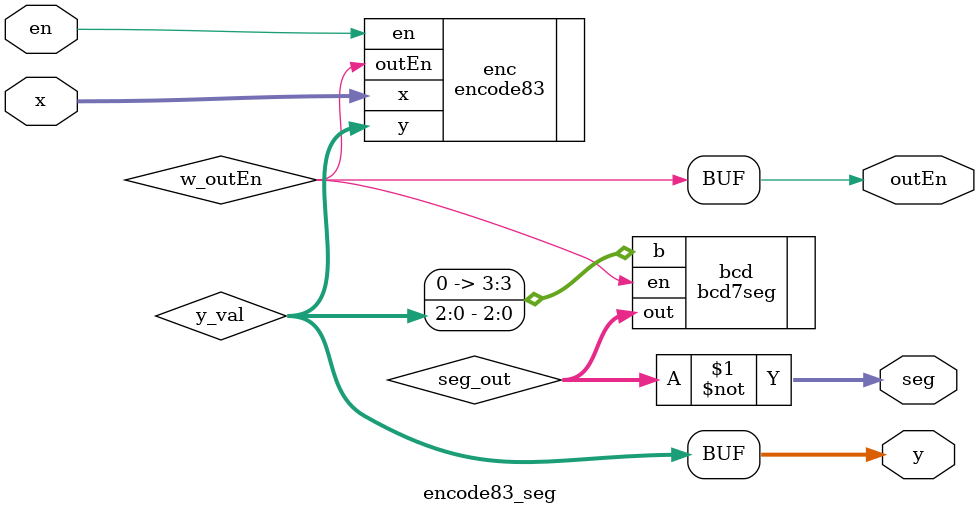
<source format=v>
module encode83_seg(
    input [7:0] x,
    input en,
    output reg [2:0] y,
    output reg outEn,
    output reg [7:0] seg
);
wire [2:0] y_val;
assign y = y_val;

wire w_outEn;
assign outEn = w_outEn;

wire [7:0] seg_out;
assign seg = ~seg_out;

encode83 enc(
    .x(x),
    .en(en),
    .y(y_val),
    .outEn(w_outEn)
);

bcd7seg bcd(
    .b({1'b0,y_val}),
    .en(w_outEn),
    .out(seg_out)
);

endmodule
</source>
